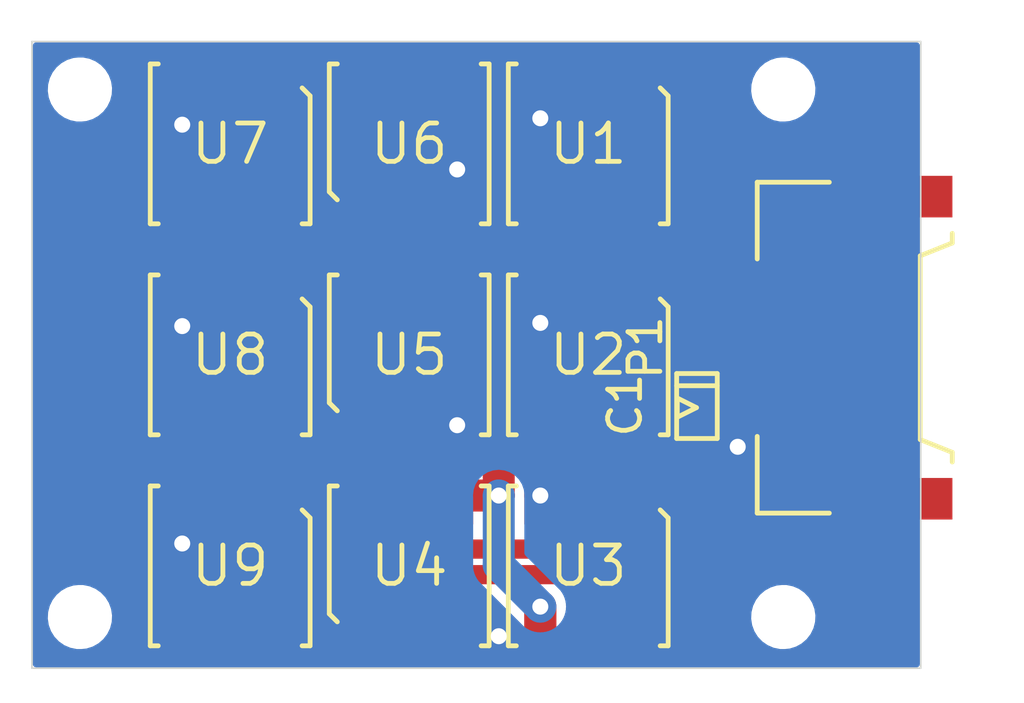
<source format=kicad_pcb>
(kicad_pcb (version 20221018) (generator pcbnew)
  (layers (0 "F.Cu" signal) (31 "B.Cu" signal) (34 "B.Paste" user) (35 "F.Paste" user) (36 "B.SilkS" user "B.Silkscreen") (37 "F.SilkS" user "F.Silkscreen") (38 "B.Mask" user) (39 "F.Mask" user) (44 "Edge.Cuts" user))
  (net 0 "")
  (net 1 "GND")
  (net 2 "Net-(U1-Pad5)")
  (net 3 "Net-(U1-Pad6)")
  (net 4 "Net-(U2-Pad5)")
  (net 5 "Net-(U2-Pad6)")
  (net 6 "Net-(U3-Pad5)")
  (net 7 "Net-(U3-Pad6)")
  (net 8 "Net-(U4-Pad5)")
  (net 9 "Net-(U4-Pad6)")
  (net 10 "Net-(U6-Pad5)")
  (net 11 "Net-(U6-Pad6)")
  (net 12 "Net-(U7-Pad5)")
  (net 13 "Net-(U7-Pad6)")
  (net 14 "VCC")
  (net 15 "Net-(U5-Pad5)")
  (net 16 "Net-(U5-Pad6)")
  (net 17 "Net-(U8-Pad5)")
  (net 18 "Net-(U8-Pad6)")
  (net 19 "/MOSI")
  (net 20 "/CLK")
  (footprint "backlight:TantalC_SizeR_EIA-2012" (layer "F.Cu") (at 144.8 67.6 90)
    (fp_text reference "C1" (at 0.0254 -2.25 90) (layer "F.SilkS"))
    (fp_text value "10uF")
    (fp_line (start -1.016 -0.635) (end -1.016 0.635) (stroke (width 0.15)) (layer "F.SilkS"))
    (fp_line (start -1.016 0.635) (end 1.016 0.635) (stroke (width 0.15)) (layer "F.SilkS"))
    (fp_line (start 0.635 -0.635) (end 0.635 0.635) (stroke (width 0.15)) (layer "F.SilkS"))
    (fp_line (start 1.016 -0.635) (end -1.016 -0.635) (stroke (width 0.15)) (layer "F.SilkS"))
    (fp_line (start 1.016 0.635) (end 1.016 -0.635) (stroke (width 0.15)) (layer "F.SilkS"))
    (pad "1" smd rect (at 1.3 0 90) (size 1 1.5) (layers "F.Cu" "F.Paste" "F.Mask") (net 14 "VCC"))
    (pad "2" smd rect (at -1.3 0 90) (size 0.8 1.5) (layers "F.Cu" "F.Paste" "F.Mask") (net 1 "GND"))
  )
  (footprint "SuperLED:APA102C" (layer "F.Cu") (at 141.4 59.4)
    (fp_text reference "U1" (at 0 0) (layer "F.SilkS") (effects (font (size 1.2 1.2))))
    (fp_text value "APA102C" hide)
    (fp_line (start -2.5 -2.5) (end -2.5 2.5) (stroke (width 0.15)) (layer "F.SilkS"))
    (fp_line (start -2.5 2.5) (end -2.25 2.5) (stroke (width 0.15)) (layer "F.SilkS"))
    (fp_line (start -2.25 -2.5) (end -2.5 -2.5) (stroke (width 0.15)) (layer "F.SilkS"))
    (fp_line (start 2.5 -1.5) (end 2.25 -1.75) (stroke (width 0.15)) (layer "F.SilkS"))
    (fp_line (start 2.5 2.5) (end 2.25 2.5) (stroke (width 0.15)) (layer "F.SilkS"))
    (fp_line (start 2.5 2.5) (end 2.5 -1.5) (stroke (width 0.15)) (layer "F.SilkS"))
    (pad "1" smd rect (at 1.5 -2.2) (size 1 1.8) (layers "F.Cu" "F.Paste" "F.Mask") (net 19 "/MOSI"))
    (pad "2" smd rect (at 0 -2.2) (size 1 1.8) (layers "F.Cu" "F.Paste" "F.Mask") (net 20 "/CLK"))
    (pad "3" smd rect (at -1.5 -2.2) (size 1 1.8) (layers "F.Cu" "F.Paste" "F.Mask") (net 1 "GND"))
    (pad "4" smd rect (at -1.5 2.2) (size 1 1.8) (layers "F.Cu" "F.Paste" "F.Mask") (net 14 "VCC"))
    (pad "5" smd rect (at 0 2.2) (size 1 1.8) (layers "F.Cu" "F.Paste" "F.Mask") (net 2 "Net-(U1-Pad5)"))
    (pad "6" smd rect (at 1.5 2.2) (size 1 1.8) (layers "F.Cu" "F.Paste" "F.Mask") (net 3 "Net-(U1-Pad6)"))
  )
  (footprint "SuperLED:APA102C" (layer "F.Cu") (at 141.4 66)
    (fp_text reference "U2" (at 0 0) (layer "F.SilkS") (effects (font (size 1.2 1.2))))
    (fp_text value "APA102C" hide)
    (fp_line (start -2.5 -2.5) (end -2.5 2.5) (stroke (width 0.15)) (layer "F.SilkS"))
    (fp_line (start -2.5 2.5) (end -2.25 2.5) (stroke (width 0.15)) (layer "F.SilkS"))
    (fp_line (start -2.25 -2.5) (end -2.5 -2.5) (stroke (width 0.15)) (layer "F.SilkS"))
    (fp_line (start 2.5 -1.5) (end 2.25 -1.75) (stroke (width 0.15)) (layer "F.SilkS"))
    (fp_line (start 2.5 2.5) (end 2.25 2.5) (stroke (width 0.15)) (layer "F.SilkS"))
    (fp_line (start 2.5 2.5) (end 2.5 -1.5) (stroke (width 0.15)) (layer "F.SilkS"))
    (pad "1" smd rect (at 1.5 -2.2) (size 1 1.8) (layers "F.Cu" "F.Paste" "F.Mask") (net 3 "Net-(U1-Pad6)"))
    (pad "2" smd rect (at 0 -2.2) (size 1 1.8) (layers "F.Cu" "F.Paste" "F.Mask") (net 2 "Net-(U1-Pad5)"))
    (pad "3" smd rect (at -1.5 -2.2) (size 1 1.8) (layers "F.Cu" "F.Paste" "F.Mask") (net 1 "GND"))
    (pad "4" smd rect (at -1.5 2.2) (size 1 1.8) (layers "F.Cu" "F.Paste" "F.Mask") (net 14 "VCC"))
    (pad "5" smd rect (at 0 2.2) (size 1 1.8) (layers "F.Cu" "F.Paste" "F.Mask") (net 4 "Net-(U2-Pad5)"))
    (pad "6" smd rect (at 1.5 2.2) (size 1 1.8) (layers "F.Cu" "F.Paste" "F.Mask") (net 5 "Net-(U2-Pad6)"))
  )
  (footprint "SuperLED:APA102C" (layer "F.Cu") (at 141.4 72.6)
    (fp_text reference "U3" (at 0 0) (layer "F.SilkS") (effects (font (size 1.2 1.2))))
    (fp_text value "APA102C" hide)
    (fp_line (start -2.5 -2.5) (end -2.5 2.5) (stroke (width 0.15)) (layer "F.SilkS"))
    (fp_line (start -2.5 2.5) (end -2.25 2.5) (stroke (width 0.15)) (layer "F.SilkS"))
    (fp_line (start -2.25 -2.5) (end -2.5 -2.5) (stroke (width 0.15)) (layer "F.SilkS"))
    (fp_line (start 2.5 -1.5) (end 2.25 -1.75) (stroke (width 0.15)) (layer "F.SilkS"))
    (fp_line (start 2.5 2.5) (end 2.25 2.5) (stroke (width 0.15)) (layer "F.SilkS"))
    (fp_line (start 2.5 2.5) (end 2.5 -1.5) (stroke (width 0.15)) (layer "F.SilkS"))
    (pad "1" smd rect (at 1.5 -2.2) (size 1 1.8) (layers "F.Cu" "F.Paste" "F.Mask") (net 5 "Net-(U2-Pad6)"))
    (pad "2" smd rect (at 0 -2.2) (size 1 1.8) (layers "F.Cu" "F.Paste" "F.Mask") (net 4 "Net-(U2-Pad5)"))
    (pad "3" smd rect (at -1.5 -2.2) (size 1 1.8) (layers "F.Cu" "F.Paste" "F.Mask") (net 1 "GND"))
    (pad "4" smd rect (at -1.5 2.2) (size 1 1.8) (layers "F.Cu" "F.Paste" "F.Mask") (net 14 "VCC"))
    (pad "5" smd rect (at 0 2.2) (size 1 1.8) (layers "F.Cu" "F.Paste" "F.Mask") (net 6 "Net-(U3-Pad5)"))
    (pad "6" smd rect (at 1.5 2.2) (size 1 1.8) (layers "F.Cu" "F.Paste" "F.Mask") (net 7 "Net-(U3-Pad6)"))
  )
  (footprint "SuperLED:APA102C" (layer "F.Cu") (at 135.8 72.6 180)
    (fp_text reference "U4" (at 0 0 180) (layer "F.SilkS") (effects (font (size 1.2 1.2))))
    (fp_text value "APA102C" hide)
    (fp_line (start -2.5 -2.5) (end -2.5 2.5) (stroke (width 0.15)) (layer "F.SilkS"))
    (fp_line (start -2.5 2.5) (end -2.25 2.5) (stroke (width 0.15)) (layer "F.SilkS"))
    (fp_line (start -2.25 -2.5) (end -2.5 -2.5) (stroke (width 0.15)) (layer "F.SilkS"))
    (fp_line (start 2.5 -1.5) (end 2.25 -1.75) (stroke (width 0.15)) (layer "F.SilkS"))
    (fp_line (start 2.5 2.5) (end 2.25 2.5) (stroke (width 0.15)) (layer "F.SilkS"))
    (fp_line (start 2.5 2.5) (end 2.5 -1.5) (stroke (width 0.15)) (layer "F.SilkS"))
    (pad "1" smd rect (at 1.5 -2.2 180) (size 1 1.8) (layers "F.Cu" "F.Paste" "F.Mask") (net 7 "Net-(U3-Pad6)"))
    (pad "2" smd rect (at 0 -2.2 180) (size 1 1.8) (layers "F.Cu" "F.Paste" "F.Mask") (net 6 "Net-(U3-Pad5)"))
    (pad "3" smd rect (at -1.5 -2.2 180) (size 1 1.8) (layers "F.Cu" "F.Paste" "F.Mask") (net 1 "GND"))
    (pad "4" smd rect (at -1.5 2.2 180) (size 1 1.8) (layers "F.Cu" "F.Paste" "F.Mask") (net 14 "VCC"))
    (pad "5" smd rect (at 0 2.2 180) (size 1 1.8) (layers "F.Cu" "F.Paste" "F.Mask") (net 8 "Net-(U4-Pad5)"))
    (pad "6" smd rect (at 1.5 2.2 180) (size 1 1.8) (layers "F.Cu" "F.Paste" "F.Mask") (net 9 "Net-(U4-Pad6)"))
  )
  (footprint "SuperLED:APA102C" (layer "F.Cu") (at 135.8 66 180)
    (fp_text reference "U5" (at 0 0 180) (layer "F.SilkS") (effects (font (size 1.2 1.2))))
    (fp_text value "APA102C" hide)
    (fp_line (start -2.5 -2.5) (end -2.5 2.5) (stroke (width 0.15)) (layer "F.SilkS"))
    (fp_line (start -2.5 2.5) (end -2.25 2.5) (stroke (width 0.15)) (layer "F.SilkS"))
    (fp_line (start -2.25 -2.5) (end -2.5 -2.5) (stroke (width 0.15)) (layer "F.SilkS"))
    (fp_line (start 2.5 -1.5) (end 2.25 -1.75) (stroke (width 0.15)) (layer "F.SilkS"))
    (fp_line (start 2.5 2.5) (end 2.25 2.5) (stroke (width 0.15)) (layer "F.SilkS"))
    (fp_line (start 2.5 2.5) (end 2.5 -1.5) (stroke (width 0.15)) (layer "F.SilkS"))
    (pad "1" smd rect (at 1.5 -2.2 180) (size 1 1.8) (layers "F.Cu" "F.Paste" "F.Mask") (net 9 "Net-(U4-Pad6)"))
    (pad "2" smd rect (at 0 -2.2 180) (size 1 1.8) (layers "F.Cu" "F.Paste" "F.Mask") (net 8 "Net-(U4-Pad5)"))
    (pad "3" smd rect (at -1.5 -2.2 180) (size 1 1.8) (layers "F.Cu" "F.Paste" "F.Mask") (net 1 "GND"))
    (pad "4" smd rect (at -1.5 2.2 180) (size 1 1.8) (layers "F.Cu" "F.Paste" "F.Mask") (net 14 "VCC"))
    (pad "5" smd rect (at 0 2.2 180) (size 1 1.8) (layers "F.Cu" "F.Paste" "F.Mask") (net 15 "Net-(U5-Pad5)"))
    (pad "6" smd rect (at 1.5 2.2 180) (size 1 1.8) (layers "F.Cu" "F.Paste" "F.Mask") (net 16 "Net-(U5-Pad6)"))
  )
  (footprint "SuperLED:APA102C" (layer "F.Cu") (at 135.8 59.4 180)
    (fp_text reference "U6" (at 0 0 180) (layer "F.SilkS") (effects (font (size 1.2 1.2))))
    (fp_text value "APA102C" hide)
    (fp_line (start -2.5 -2.5) (end -2.5 2.5) (stroke (width 0.15)) (layer "F.SilkS"))
    (fp_line (start -2.5 2.5) (end -2.25 2.5) (stroke (width 0.15)) (layer "F.SilkS"))
    (fp_line (start -2.25 -2.5) (end -2.5 -2.5) (stroke (width 0.15)) (layer "F.SilkS"))
    (fp_line (start 2.5 -1.5) (end 2.25 -1.75) (stroke (width 0.15)) (layer "F.SilkS"))
    (fp_line (start 2.5 2.5) (end 2.25 2.5) (stroke (width 0.15)) (layer "F.SilkS"))
    (fp_line (start 2.5 2.5) (end 2.5 -1.5) (stroke (width 0.15)) (layer "F.SilkS"))
    (pad "1" smd rect (at 1.5 -2.2 180) (size 1 1.8) (layers "F.Cu" "F.Paste" "F.Mask") (net 16 "Net-(U5-Pad6)"))
    (pad "2" smd rect (at 0 -2.2 180) (size 1 1.8) (layers "F.Cu" "F.Paste" "F.Mask") (net 15 "Net-(U5-Pad5)"))
    (pad "3" smd rect (at -1.5 -2.2 180) (size 1 1.8) (layers "F.Cu" "F.Paste" "F.Mask") (net 1 "GND"))
    (pad "4" smd rect (at -1.5 2.2 180) (size 1 1.8) (layers "F.Cu" "F.Paste" "F.Mask") (net 14 "VCC"))
    (pad "5" smd rect (at 0 2.2 180) (size 1 1.8) (layers "F.Cu" "F.Paste" "F.Mask") (net 10 "Net-(U6-Pad5)"))
    (pad "6" smd rect (at 1.5 2.2 180) (size 1 1.8) (layers "F.Cu" "F.Paste" "F.Mask") (net 11 "Net-(U6-Pad6)"))
  )
  (footprint "SuperLED:APA102C" (layer "F.Cu") (at 130.2 59.4)
    (fp_text reference "U7" (at 0 0) (layer "F.SilkS") (effects (font (size 1.2 1.2))))
    (fp_text value "APA102C" hide)
    (fp_line (start -2.5 -2.5) (end -2.5 2.5) (stroke (width 0.15)) (layer "F.SilkS"))
    (fp_line (start -2.5 2.5) (end -2.25 2.5) (stroke (width 0.15)) (layer "F.SilkS"))
    (fp_line (start -2.25 -2.5) (end -2.5 -2.5) (stroke (width 0.15)) (layer "F.SilkS"))
    (fp_line (start 2.5 -1.5) (end 2.25 -1.75) (stroke (width 0.15)) (layer "F.SilkS"))
    (fp_line (start 2.5 2.5) (end 2.25 2.5) (stroke (width 0.15)) (layer "F.SilkS"))
    (fp_line (start 2.5 2.5) (end 2.5 -1.5) (stroke (width 0.15)) (layer "F.SilkS"))
    (pad "1" smd rect (at 1.5 -2.2) (size 1 1.8) (layers "F.Cu" "F.Paste" "F.Mask") (net 11 "Net-(U6-Pad6)"))
    (pad "2" smd rect (at 0 -2.2) (size 1 1.8) (layers "F.Cu" "F.Paste" "F.Mask") (net 10 "Net-(U6-Pad5)"))
    (pad "3" smd rect (at -1.5 -2.2) (size 1 1.8) (layers "F.Cu" "F.Paste" "F.Mask") (net 1 "GND"))
    (pad "4" smd rect (at -1.5 2.2) (size 1 1.8) (layers "F.Cu" "F.Paste" "F.Mask") (net 14 "VCC"))
    (pad "5" smd rect (at 0 2.2) (size 1 1.8) (layers "F.Cu" "F.Paste" "F.Mask") (net 12 "Net-(U7-Pad5)"))
    (pad "6" smd rect (at 1.5 2.2) (size 1 1.8) (layers "F.Cu" "F.Paste" "F.Mask") (net 13 "Net-(U7-Pad6)"))
  )
  (footprint "SuperLED:APA102C" (layer "F.Cu") (at 130.2 66)
    (fp_text reference "U8" (at 0 0) (layer "F.SilkS") (effects (font (size 1.2 1.2))))
    (fp_text value "APA102C" hide)
    (fp_line (start -2.5 -2.5) (end -2.5 2.5) (stroke (width 0.15)) (layer "F.SilkS"))
    (fp_line (start -2.5 2.5) (end -2.25 2.5) (stroke (width 0.15)) (layer "F.SilkS"))
    (fp_line (start -2.25 -2.5) (end -2.5 -2.5) (stroke (width 0.15)) (layer "F.SilkS"))
    (fp_line (start 2.5 -1.5) (end 2.25 -1.75) (stroke (width 0.15)) (layer "F.SilkS"))
    (fp_line (start 2.5 2.5) (end 2.25 2.5) (stroke (width 0.15)) (layer "F.SilkS"))
    (fp_line (start 2.5 2.5) (end 2.5 -1.5) (stroke (width 0.15)) (layer "F.SilkS"))
    (pad "1" smd rect (at 1.5 -2.2) (size 1 1.8) (layers "F.Cu" "F.Paste" "F.Mask") (net 13 "Net-(U7-Pad6)"))
    (pad "2" smd rect (at 0 -2.2) (size 1 1.8) (layers "F.Cu" "F.Paste" "F.Mask") (net 12 "Net-(U7-Pad5)"))
    (pad "3" smd rect (at -1.5 -2.2) (size 1 1.8) (layers "F.Cu" "F.Paste" "F.Mask") (net 1 "GND"))
    (pad "4" smd rect (at -1.5 2.2) (size 1 1.8) (layers "F.Cu" "F.Paste" "F.Mask") (net 14 "VCC"))
    (pad "5" smd rect (at 0 2.2) (size 1 1.8) (layers "F.Cu" "F.Paste" "F.Mask") (net 17 "Net-(U8-Pad5)"))
    (pad "6" smd rect (at 1.5 2.2) (size 1 1.8) (layers "F.Cu" "F.Paste" "F.Mask") (net 18 "Net-(U8-Pad6)"))
  )
  (footprint "SuperLED:APA102C" (layer "F.Cu") (at 130.2 72.6)
    (fp_text reference "U9" (at 0 0) (layer "F.SilkS") (effects (font (size 1.2 1.2))))
    (fp_text value "APA102C" hide)
    (fp_line (start -2.5 -2.5) (end -2.5 2.5) (stroke (width 0.15)) (layer "F.SilkS"))
    (fp_line (start -2.5 2.5) (end -2.25 2.5) (stroke (width 0.15)) (layer "F.SilkS"))
    (fp_line (start -2.25 -2.5) (end -2.5 -2.5) (stroke (width 0.15)) (layer "F.SilkS"))
    (fp_line (start 2.5 -1.5) (end 2.25 -1.75) (stroke (width 0.15)) (layer "F.SilkS"))
    (fp_line (start 2.5 2.5) (end 2.25 2.5) (stroke (width 0.15)) (layer "F.SilkS"))
    (fp_line (start 2.5 2.5) (end 2.5 -1.5) (stroke (width 0.15)) (layer "F.SilkS"))
    (pad "1" smd rect (at 1.5 -2.2) (size 1 1.8) (layers "F.Cu" "F.Paste" "F.Mask") (net 18 "Net-(U8-Pad6)"))
    (pad "2" smd rect (at 0 -2.2) (size 1 1.8) (layers "F.Cu" "F.Paste" "F.Mask") (net 17 "Net-(U8-Pad5)"))
    (pad "3" smd rect (at -1.5 -2.2) (size 1 1.8) (layers "F.Cu" "F.Paste" "F.Mask") (net 1 "GND"))
    (pad "4" smd rect (at -1.5 2.2) (size 1 1.8) (layers "F.Cu" "F.Paste" "F.Mask") (net 14 "VCC"))
    (pad "5" smd rect (at 0 2.2) (size 1 1.8) (layers "F.Cu" "F.Paste" "F.Mask"))
    (pad "6" smd rect (at 1.5 2.2) (size 1 1.8) (layers "F.Cu" "F.Paste" "F.Mask"))
  )
  (footprint "backlight:MountingHole_1.5mm" (layer "F.Cu") (at 147.5 57.7)
    (fp_text reference "REF**" hide)
    (fp_text value "MountingHole_2.5mm" hide)
    (pad "" np_thru_hole circle (at 0 0) (size 1.5 1.5) (drill 1.5) (layers "*.Cu"))
  )
  (footprint "backlight:MountingHole_1.5mm" (layer "F.Cu") (at 125.5 57.7)
    (fp_text reference "REF**" hide)
    (fp_text value "MountingHole_2.5mm" hide)
    (pad "" np_thru_hole circle (at 0 0) (size 1.5 1.5) (drill 1.5) (layers "*.Cu"))
  )
  (footprint "backlight:MountingHole_1.5mm" (layer "F.Cu") (at 125.5 74.2)
    (fp_text reference "REF**" hide)
    (fp_text value "MountingHole_2.5mm" hide)
    (pad "" np_thru_hole circle (at 0 0) (size 1.5 1.5) (drill 1.5) (layers "*.Cu"))
  )
  (footprint "backlight:MountingHole_1.5mm" (layer "F.Cu") (at 147.5 74.2)
    (fp_text reference "REF**" hide)
    (fp_text value "MountingHole_2.5mm" hide)
    (pad "" np_thru_hole circle (at 0 0) (size 1.5 1.5) (drill 1.5) (layers "*.Cu"))
  )
  (footprint "Connectors_Molex:Molex_Panelmate-53780-0470_04x1.25mm_Angled" (layer "F.Cu") (at 148.675 65.775 90)
    (fp_text reference "P1" (at 0 -5.49 90) (layer "F.SilkS"))
    (fp_text value "CONN_01X05")
    (fp_line (start -5.175 -1.99) (end -5.175 0.265) (stroke (width 0.15)) (layer "F.SilkS"))
    (fp_line (start -3.575 4.11) (end -3.275 4.11) (stroke (width 0.15)) (layer "F.SilkS"))
    (fp_line (start -3.275 4.11) (end -2.875 3.11) (stroke (width 0.15)) (layer "F.SilkS"))
    (fp_line (start -2.875 3.11) (end 2.875 3.11) (stroke (width 0.15)) (layer "F.SilkS"))
    (fp_line (start -2.775 -1.99) (end -5.175 -1.99) (stroke (width 0.15)) (layer "F.SilkS"))
    (fp_line (start -2.175 -4.49) (end -1.875 -3.89) (stroke (width 0.15)) (layer "F.SilkS"))
    (fp_line (start -1.875 -3.89) (end -1.575 -4.49) (stroke (width 0.15)) (layer "F.SilkS"))
    (fp_line (start -1.575 -4.49) (end -2.175 -4.49) (stroke (width 0.15)) (layer "F.SilkS"))
    (fp_line (start 2.775 -1.99) (end 5.175 -1.99) (stroke (width 0.15)) (layer "F.SilkS"))
    (fp_line (start 2.875 3.11) (end 3.275 4.11) (stroke (width 0.15)) (layer "F.SilkS"))
    (fp_line (start 3.275 4.11) (end 3.575 4.11) (stroke (width 0.15)) (layer "F.SilkS"))
    (fp_line (start 5.175 -1.99) (end 5.175 0.265) (stroke (width 0.15)) (layer "F.SilkS"))
    (pad "" smd rect (at -4.725 2.44 90) (size 1.3 3.35) (layers "F.Cu" "F.Paste" "F.Mask"))
    (pad "" smd rect (at 4.725 2.44 90) (size 1.3 3.35) (layers "F.Cu" "F.Paste" "F.Mask"))
    (pad "1" smd rect (at -1.875 -2.24 90) (size 0.8 1.5) (layers "F.Cu" "F.Paste" "F.Mask") (net 1 "GND"))
    (pad "2" smd rect (at -0.625 -2.24 90) (size 0.8 1.5) (layers "F.Cu" "F.Paste" "F.Mask") (net 14 "VCC"))
    (pad "3" smd rect (at 0.625 -2.24 90) (size 0.8 1.5) (layers "F.Cu" "F.Paste" "F.Mask") (net 20 "/CLK"))
    (pad "4" smd rect (at 1.875 -2.24 90) (size 0.8 1.5) (layers "F.Cu" "F.Paste" "F.Mask") (net 19 "/MOSI"))
  )
  (gr_line (start 124 56.2) (end 124 75.8) (stroke (width 0.05)) (layer "Edge.Cuts"))
  (gr_line (start 151.8 75.8) (end 151.8 56.2) (stroke (width 0.05)) (layer "Edge.Cuts"))
  (gr_line (start 124 75.8) (end 151.8 75.8) (stroke (width 0.05)) (layer "Edge.Cuts"))
  (gr_line (start 151.8 56.2) (end 124 56.2) (stroke (width 0.05)) (layer "Edge.Cuts"))
  (segment (start 144.8 68.9) (end 146.05 68.9) (width 0.8) (layer "F.Cu") (net 1))
  (segment (start 137.3 74.8) (end 138.6 74.8) (width 1) (layer "F.Cu") (net 1))
  (segment (start 146.05 68.9) (end 146.075 68.875) (width 0.8) (layer "F.Cu") (net 1))
  (segment (start 137.3 61.6) (end 137.3 60.2) (width 1) (layer "F.Cu") (net 1))
  (segment (start 128.7 57.2) (end 128.7 58.8) (width 1) (layer "F.Cu") (net 1))
  (segment (start 139.9 63.8) (end 139.9 65) (width 1) (layer "F.Cu") (net 1))
  (segment (start 146.435 68.515) (end 146.075 68.875) (width 0.8) (layer "F.Cu") (net 1))
  (segment (start 128.7 63.8) (end 128.7 65.1) (width 1) (layer "F.Cu") (net 1))
  (segment (start 146.435 67.65) (end 146.435 68.515) (width 0.8) (layer "F.Cu") (net 1))
  (segment (start 128.7 70.4) (end 128.7 71.9) (width 1) (layer "F.Cu") (net 1))
  (segment (start 139.9 57.2) (end 139.9 58.6) (width 1) (layer "F.Cu") (net 1))
  (via (at 139.9 58.6) (size 1) (drill 0.5) (layers "F.Cu" "B.Cu") (net 1))
  (via (at 137.3 68.2) (size 1) (drill 0.5) (layers "F.Cu" "B.Cu") (net 1))
  (via (at 128.7 65.1) (size 1) (drill 0.5) (layers "F.Cu" "B.Cu") (net 1))
  (via (at 137.3 60.2) (size 1) (drill 0.5) (layers "F.Cu" "B.Cu") (net 1))
  (via (at 146.075 68.875) (size 1) (drill 0.5) (layers "F.Cu" "B.Cu") (net 1))
  (via (at 139.9 70.4) (size 1) (drill 0.5) (layers "F.Cu" "B.Cu") (net 1))
  (via (at 128.7 71.9) (size 1) (drill 0.5) (layers "F.Cu" "B.Cu") (net 1))
  (via (at 139.9 65) (size 1) (drill 0.5) (layers "F.Cu" "B.Cu") (net 1))
  (via (at 138.6 74.8) (size 1) (drill 0.5) (layers "F.Cu" "B.Cu") (net 1))
  (via (at 128.7 58.8) (size 1) (drill 0.5) (layers "F.Cu" "B.Cu") (net 1))
  (segment (start 141.4 61.6) (end 141.4 63.8) (width 1) (layer "F.Cu") (net 2))
  (segment (start 142.9 61.6) (end 142.9 63.8) (width 1) (layer "F.Cu") (net 3))
  (segment (start 141.4 68.2) (end 141.4 70.4) (width 1) (layer "F.Cu") (net 4))
  (segment (start 142.9 68.2) (end 142.9 70.4) (width 1) (layer "F.Cu") (net 5))
  (segment (start 140.974999 72.874999) (end 136.225001 72.874999) (width 0.6) (layer "F.Cu") (net 6))
  (segment (start 141.4 73.3) (end 140.974999 72.874999) (width 0.6) (layer "F.Cu") (net 6))
  (segment (start 141.4 74.8) (end 141.4 73.3) (width 0.6) (layer "F.Cu") (net 6))
  (segment (start 135.8 73.3) (end 135.8 74.8) (width 0.6) (layer "F.Cu") (net 6))
  (segment (start 136.225001 72.874999) (end 135.8 73.3) (width 0.6) (layer "F.Cu") (net 6))
  (segment (start 141.306373 72.074989) (end 135.525011 72.074989) (width 0.6) (layer "F.Cu") (net 7))
  (segment (start 134.3 73.3) (end 134.3 74.8) (width 0.6) (layer "F.Cu") (net 7))
  (segment (start 142.9 74.8) (end 142.9 73.668616) (width 0.6) (layer "F.Cu") (net 7))
  (segment (start 142.9 73.668616) (end 141.306373 72.074989) (width 0.6) (layer "F.Cu") (net 7))
  (segment (start 135.525011 72.074989) (end 134.3 73.3) (width 0.6) (layer "F.Cu") (net 7))
  (segment (start 135.8 68.2) (end 135.8 70.4) (width 1) (layer "F.Cu") (net 8))
  (segment (start 134.3 68.2) (end 134.3 70.4) (width 1) (layer "F.Cu") (net 9))
  (segment (start 130.799999 58.600001) (end 135.200001 58.600001) (width 0.6) (layer "F.Cu") (net 10))
  (segment (start 135.200001 58.600001) (end 135.8 58.000002) (width 0.6) (layer "F.Cu") (net 10))
  (segment (start 130.2 57.2) (end 130.2 58.000002) (width 0.6) (layer "F.Cu") (net 10))
  (segment (start 130.2 58.000002) (end 130.799999 58.600001) (width 0.6) (layer "F.Cu") (net 10))
  (segment (start 135.8 58.000002) (end 135.8 57.2) (width 0.6) (layer "F.Cu") (net 10))
  (segment (start 131.7 57.2) (end 134.3 57.2) (width 1) (layer "F.Cu") (net 11))
  (segment (start 134.3 57.2) (end 134.3 57.6) (width 0.6) (layer "F.Cu") (net 11))
  (segment (start 130.2 61.6) (end 130.2 63.8) (width 1) (layer "F.Cu") (net 12))
  (segment (start 131.7 61.6) (end 131.7 63.8) (width 1) (layer "F.Cu") (net 13))
  (segment (start 127.5 68.2) (end 127.4 68.1) (width 1) (layer "F.Cu") (net 14))
  (segment (start 137.3 63.8) (end 138.5 63.8) (width 1) (layer "F.Cu") (net 14))
  (segment (start 128.7 74.8) (end 127.4 74.8) (width 1) (layer "F.Cu") (net 14))
  (segment (start 127.700001 66.300001) (end 127.4 66) (width 1) (layer "F.Cu") (net 14))
  (segment (start 137.3 70.4) (end 138.6 70.4) (width 1) (layer "F.Cu") (net 14))
  (segment (start 138.6 66.3) (end 127.700001 66.300001) (width 1) (layer "F.Cu") (net 14))
  (segment (start 138.6 57.2) (end 137.3 57.2) (width 1) (layer "F.Cu") (net 14))
  (segment (start 144.8 66.3) (end 143.05 66.3) (width 1) (layer "F.Cu") (net 14))
  (segment (start 138.6 61.6) (end 138.6 63.7) (width 1) (layer "F.Cu") (net 14))
  (segment (start 138.7 68.2) (end 138.6 68.1) (width 1) (layer "F.Cu") (net 14))
  (segment (start 127.4 66.5) (end 127.4 66) (width 1) (layer "F.Cu") (net 14))
  (segment (start 143.05 66.3) (end 138.6 66.3) (width 1) (layer "F.Cu") (net 14))
  (segment (start 139.9 74.8) (end 139.9 73.875) (width 1) (layer "F.Cu") (net 14))
  (segment (start 138.6 63.7) (end 138.6 66.3) (width 1) (layer "F.Cu") (net 14))
  (segment (start 138.5 63.8) (end 138.6 63.7) (width 1) (layer "F.Cu") (net 14))
  (segment (start 138.6 66.3) (end 138.6 68.1) (width 1) (layer "F.Cu") (net 14))
  (segment (start 127.4 68.1) (end 127.4 66.5) (width 1) (layer "F.Cu") (net 14))
  (segment (start 127.4 66) (end 127.4 61.6) (width 1) (layer "F.Cu") (net 14))
  (segment (start 127.4 74.8) (end 127.4 68.1) (width 1) (layer "F.Cu") (net 14))
  (segment (start 139.9 61.6) (end 138.6 61.6) (width 1) (layer "F.Cu") (net 14))
  (segment (start 146.7 66.4) (end 144.8 66.4) (width 0.8) (layer "F.Cu") (net 14))
  (segment (start 128.7 68.2) (end 127.5 68.2) (width 1) (layer "F.Cu") (net 14))
  (segment (start 127.4 61.6) (end 128.7 61.6) (width 1) (layer "F.Cu") (net 14))
  (segment (start 139.9 68.2) (end 138.7 68.2) (width 1) (layer "F.Cu") (net 14))
  (segment (start 138.6 61.6) (end 138.6 57.2) (width 1) (layer "F.Cu") (net 14))
  (segment (start 138.6 68.1) (end 138.6 70.4) (width 1) (layer "F.Cu") (net 14))
  (via (at 139.9 73.875) (size 1) (drill 0.5) (layers "F.Cu" "B.Cu") (net 14))
  (via (at 138.6 70.4) (size 1) (drill 0.5) (layers "F.Cu" "B.Cu") (net 14))
  (segment (start 139.9 73.875) (end 138.6 72.575) (width 1) (layer "B.Cu") (net 14))
  (segment (start 138.6 72.575) (end 138.6 70.4) (width 1) (layer "B.Cu") (net 14))
  (segment (start 135.8 61.6) (end 135.8 63.8) (width 1) (layer "F.Cu") (net 15))
  (segment (start 134.3 61.6) (end 134.3 63.8) (width 1) (layer "F.Cu") (net 16))
  (segment (start 130.2 68.2) (end 130.2 70.4) (width 1) (layer "F.Cu") (net 17))
  (segment (start 131.7 68.2) (end 131.7 70.4) (width 1) (layer "F.Cu") (net 18))
  (segment (start 146.7 63.9) (end 146.7 59.9) (width 0.6) (layer "F.Cu") (net 19))
  (segment (start 146.7 59.9) (end 144 57.2) (width 0.6) (layer "F.Cu") (net 19))
  (segment (start 146.15 63.9) (end 146.7 63.9) (width 0.6) (layer "F.Cu") (net 19))
  (segment (start 144 57.2) (end 142.9 57.2) (width 0.6) (layer "F.Cu") (net 19))
  (segment (start 141.4 57.9) (end 141.4 57.2) (width 0.6) (layer "F.Cu") (net 20))
  (segment (start 143.90001 60.40001) (end 141.4 57.9) (width 0.6) (layer "F.Cu") (net 20))
  (segment (start 145.699998 65.15) (end 143.90001 63.350012) (width 0.6) (layer "F.Cu") (net 20))
  (segment (start 146.7 65.15) (end 145.699998 65.15) (width 0.6) (layer "F.Cu") (net 20))
  (segment (start 146.599999 65.049999) (end 146.7 65.15) (width 0.6) (layer "F.Cu") (net 20))
  (segment (start 143.90001 63.350012) (end 143.90001 60.40001) (width 0.6) (layer "F.Cu") (net 20))
  (zone (net 1) (net_name "GND") (layer "B.Cu") (connect_pads (clearance 0.3)) (min_thickness 0.2) (fill yes (thermal_gap 0.401) (thermal_bridge_width 0.401))
    (polygon (pts (xy 123 54.9) (xy 123 76.9) (xy 152 76.9) (xy 152 54.9)))
  )
)
</source>
